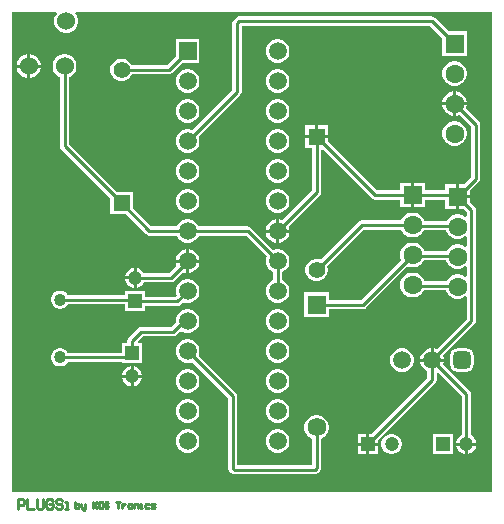
<source format=gbl>
G04*
G04 #@! TF.GenerationSoftware,Altium Limited,Altium Designer,23.4.1 (23)*
G04*
G04 Layer_Physical_Order=2*
G04 Layer_Color=16711680*
%FSLAX44Y44*%
%MOMM*%
G71*
G04*
G04 #@! TF.SameCoordinates,99EBD1B5-C4FE-4FA8-BA42-E2C8A1C5BD1C*
G04*
G04*
G04 #@! TF.FilePolarity,Positive*
G04*
G01*
G75*
%ADD15C,0.2540*%
%ADD16C,1.2000*%
%ADD17R,1.2000X1.2000*%
%ADD18R,1.2000X1.2000*%
%ADD26C,1.4000*%
%ADD27R,1.4000X1.4000*%
%ADD30C,1.5000*%
G04:AMPARAMS|DCode=31|XSize=1.5mm|YSize=1.5mm|CornerRadius=0.375mm|HoleSize=0mm|Usage=FLASHONLY|Rotation=0.000|XOffset=0mm|YOffset=0mm|HoleType=Round|Shape=RoundedRectangle|*
%AMROUNDEDRECTD31*
21,1,1.5000,0.7500,0,0,0.0*
21,1,0.7500,1.5000,0,0,0.0*
1,1,0.7500,0.3750,-0.3750*
1,1,0.7500,-0.3750,-0.3750*
1,1,0.7500,-0.3750,0.3750*
1,1,0.7500,0.3750,0.3750*
%
%ADD31ROUNDEDRECTD31*%
%ADD32C,1.5240*%
%ADD33C,1.6000*%
%ADD34R,1.6000X1.6000*%
%ADD35C,1.5900*%
%ADD36R,1.5900X1.5900*%
%ADD37R,1.5000X1.5000*%
%ADD38C,1.0300*%
G36*
X425450Y19050D02*
X19050D01*
Y425450D01*
X56509D01*
X56996Y424277D01*
X56763Y424044D01*
X55430Y421736D01*
X54741Y419162D01*
Y416498D01*
X55430Y413924D01*
X56763Y411616D01*
X58647Y409732D01*
X60954Y408400D01*
X63528Y407710D01*
X66193D01*
X68767Y408400D01*
X71075Y409732D01*
X72959Y411616D01*
X74291Y413924D01*
X74981Y416498D01*
Y419162D01*
X74291Y421736D01*
X72959Y424044D01*
X72726Y424277D01*
X73212Y425450D01*
X425450D01*
Y19050D01*
D02*
G37*
%LPC*%
G36*
X374650Y421674D02*
X374650Y421674D01*
X211038D01*
X209567Y421381D01*
X208320Y420548D01*
X208320Y420548D01*
X206832Y419060D01*
X205999Y417813D01*
X205706Y416342D01*
X205706Y416342D01*
Y359732D01*
X171514Y325540D01*
X171500Y325549D01*
X168957Y326230D01*
X166324D01*
X163780Y325549D01*
X161500Y324232D01*
X159638Y322370D01*
X158322Y320090D01*
X157640Y317547D01*
Y314914D01*
X158322Y312370D01*
X159638Y310090D01*
X161500Y308228D01*
X163780Y306912D01*
X166324Y306230D01*
X168957D01*
X171500Y306912D01*
X173780Y308228D01*
X175642Y310090D01*
X176959Y312370D01*
X177640Y314914D01*
Y317547D01*
X176959Y320090D01*
X176950Y320104D01*
X212268Y355422D01*
X212268Y355422D01*
X213101Y356669D01*
X213394Y358140D01*
Y413986D01*
X373058D01*
X383200Y403844D01*
Y388280D01*
X404200D01*
Y409280D01*
X388636D01*
X377368Y420548D01*
X376121Y421381D01*
X375877Y421430D01*
X374650Y421674D01*
D02*
G37*
G36*
X245156Y402430D02*
X242523D01*
X239980Y401749D01*
X237700Y400432D01*
X235838Y398570D01*
X234522Y396290D01*
X233840Y393746D01*
Y391114D01*
X234522Y388570D01*
X235838Y386290D01*
X237700Y384428D01*
X239980Y383111D01*
X242523Y382430D01*
X245156D01*
X247700Y383111D01*
X249980Y384428D01*
X251842Y386290D01*
X253158Y388570D01*
X253840Y391114D01*
Y393746D01*
X253158Y396290D01*
X251842Y398570D01*
X249980Y400432D01*
X247700Y401749D01*
X245156Y402430D01*
D02*
G37*
G36*
X34358Y389890D02*
X34290D01*
Y381000D01*
X43180D01*
Y381068D01*
X42488Y383652D01*
X41150Y385968D01*
X39258Y387860D01*
X36942Y389198D01*
X34358Y389890D01*
D02*
G37*
G36*
X31750D02*
X31682D01*
X29098Y389198D01*
X26782Y387860D01*
X24890Y385968D01*
X23552Y383652D01*
X22860Y381068D01*
Y381000D01*
X31750D01*
Y389890D01*
D02*
G37*
G36*
X177640Y402430D02*
X157640D01*
Y387866D01*
X150158Y380384D01*
X120510D01*
X119362Y382373D01*
X117593Y384142D01*
X115427Y385392D01*
X113011Y386040D01*
X110509D01*
X108093Y385392D01*
X105927Y384142D01*
X104158Y382373D01*
X102907Y380207D01*
X102260Y377791D01*
Y375289D01*
X102907Y372873D01*
X104158Y370707D01*
X105927Y368938D01*
X108093Y367687D01*
X110509Y367040D01*
X113011D01*
X115427Y367687D01*
X117593Y368938D01*
X119362Y370707D01*
X120510Y372696D01*
X151750D01*
X151750Y372696D01*
X153221Y372989D01*
X154468Y373822D01*
X163076Y382430D01*
X177640D01*
Y402430D01*
D02*
G37*
G36*
X43180Y378460D02*
X34290D01*
Y369570D01*
X34358D01*
X36942Y370262D01*
X39258Y371600D01*
X41150Y373492D01*
X42488Y375808D01*
X43180Y378392D01*
Y378460D01*
D02*
G37*
G36*
X31750D02*
X22860D01*
Y378392D01*
X23552Y375808D01*
X24890Y373492D01*
X26782Y371600D01*
X29098Y370262D01*
X31682Y369570D01*
X31750D01*
Y378460D01*
D02*
G37*
G36*
X395082Y383880D02*
X392318D01*
X389647Y383164D01*
X387253Y381782D01*
X385298Y379827D01*
X383916Y377433D01*
X383200Y374762D01*
Y371998D01*
X383916Y369327D01*
X385298Y366933D01*
X387253Y364978D01*
X389647Y363596D01*
X392318Y362880D01*
X395082D01*
X397753Y363596D01*
X400147Y364978D01*
X402102Y366933D01*
X403484Y369327D01*
X404200Y371998D01*
Y374762D01*
X403484Y377433D01*
X402102Y379827D01*
X400147Y381782D01*
X397753Y383164D01*
X395082Y383880D01*
D02*
G37*
G36*
X245156Y377030D02*
X242523D01*
X239980Y376348D01*
X237700Y375032D01*
X235838Y373170D01*
X234522Y370890D01*
X233840Y368346D01*
Y365714D01*
X234522Y363170D01*
X235838Y360890D01*
X237700Y359028D01*
X239980Y357711D01*
X242523Y357030D01*
X245156D01*
X247700Y357711D01*
X249980Y359028D01*
X251842Y360890D01*
X253158Y363170D01*
X253840Y365714D01*
Y368346D01*
X253158Y370890D01*
X251842Y373170D01*
X249980Y375032D01*
X247700Y376348D01*
X245156Y377030D01*
D02*
G37*
G36*
X168957D02*
X166324D01*
X163780Y376348D01*
X161500Y375032D01*
X159638Y373170D01*
X158322Y370890D01*
X157640Y368346D01*
Y365714D01*
X158322Y363170D01*
X159638Y360890D01*
X161500Y359028D01*
X163780Y357711D01*
X166324Y357030D01*
X168957D01*
X171500Y357711D01*
X173780Y359028D01*
X175642Y360890D01*
X176959Y363170D01*
X177640Y365714D01*
Y368346D01*
X176959Y370890D01*
X175642Y373170D01*
X173780Y375032D01*
X171500Y376348D01*
X168957Y377030D01*
D02*
G37*
G36*
X395088Y358520D02*
X394970D01*
Y349250D01*
X404240D01*
Y349368D01*
X403522Y352048D01*
X402134Y354452D01*
X400172Y356414D01*
X397768Y357802D01*
X395088Y358520D01*
D02*
G37*
G36*
X392430D02*
X392312D01*
X389632Y357802D01*
X387228Y356414D01*
X385266Y354452D01*
X383878Y352048D01*
X383160Y349368D01*
Y349250D01*
X392430D01*
Y358520D01*
D02*
G37*
G36*
Y346710D02*
X383160D01*
Y346592D01*
X383878Y343912D01*
X385266Y341508D01*
X387228Y339546D01*
X389632Y338158D01*
X392312Y337440D01*
X392430D01*
Y346710D01*
D02*
G37*
G36*
X245156Y351630D02*
X242523D01*
X239980Y350948D01*
X237700Y349632D01*
X235838Y347770D01*
X234522Y345490D01*
X233840Y342947D01*
Y340313D01*
X234522Y337770D01*
X235838Y335490D01*
X237700Y333628D01*
X239980Y332312D01*
X242523Y331630D01*
X245156D01*
X247700Y332312D01*
X249980Y333628D01*
X251842Y335490D01*
X253158Y337770D01*
X253840Y340313D01*
Y342947D01*
X253158Y345490D01*
X251842Y347770D01*
X249980Y349632D01*
X247700Y350948D01*
X245156Y351630D01*
D02*
G37*
G36*
X168957D02*
X166324D01*
X163780Y350948D01*
X161500Y349632D01*
X159638Y347770D01*
X158322Y345490D01*
X157640Y342947D01*
Y340313D01*
X158322Y337770D01*
X159638Y335490D01*
X161500Y333628D01*
X163780Y332312D01*
X166324Y331630D01*
X168957D01*
X171500Y332312D01*
X173780Y333628D01*
X175642Y335490D01*
X176959Y337770D01*
X177640Y340313D01*
Y342947D01*
X176959Y345490D01*
X175642Y347770D01*
X173780Y349632D01*
X171500Y350948D01*
X168957Y351630D01*
D02*
G37*
G36*
X286400Y329550D02*
X278130D01*
Y321280D01*
X286400D01*
Y329550D01*
D02*
G37*
G36*
X275590D02*
X267320D01*
Y321280D01*
X275590D01*
Y329550D01*
D02*
G37*
G36*
X395082Y333080D02*
X392318D01*
X389647Y332364D01*
X387253Y330982D01*
X385298Y329027D01*
X383916Y326633D01*
X383200Y323962D01*
Y321198D01*
X383916Y318527D01*
X385298Y316133D01*
X387253Y314178D01*
X389647Y312796D01*
X392318Y312080D01*
X395082D01*
X397753Y312796D01*
X400147Y314178D01*
X402102Y316133D01*
X403484Y318527D01*
X404200Y321198D01*
Y323962D01*
X403484Y326633D01*
X402102Y329027D01*
X400147Y330982D01*
X397753Y332364D01*
X395082Y333080D01*
D02*
G37*
G36*
X245156Y326230D02*
X242523D01*
X239980Y325549D01*
X237700Y324232D01*
X235838Y322370D01*
X234522Y320090D01*
X233840Y317547D01*
Y314914D01*
X234522Y312370D01*
X235838Y310090D01*
X237700Y308228D01*
X239980Y306912D01*
X242523Y306230D01*
X245156D01*
X247700Y306912D01*
X249980Y308228D01*
X251842Y310090D01*
X253158Y312370D01*
X253840Y314914D01*
Y317547D01*
X253158Y320090D01*
X251842Y322370D01*
X249980Y324232D01*
X247700Y325549D01*
X245156Y326230D01*
D02*
G37*
G36*
Y300830D02*
X242523D01*
X239980Y300149D01*
X237700Y298832D01*
X235838Y296970D01*
X234522Y294690D01*
X233840Y292146D01*
Y289513D01*
X234522Y286970D01*
X235838Y284690D01*
X237700Y282828D01*
X239980Y281511D01*
X242523Y280830D01*
X245156D01*
X247700Y281511D01*
X249980Y282828D01*
X251842Y284690D01*
X253158Y286970D01*
X253840Y289513D01*
Y292146D01*
X253158Y294690D01*
X251842Y296970D01*
X249980Y298832D01*
X247700Y300149D01*
X245156Y300830D01*
D02*
G37*
G36*
X168957D02*
X166324D01*
X163780Y300149D01*
X161500Y298832D01*
X159638Y296970D01*
X158322Y294690D01*
X157640Y292146D01*
Y289513D01*
X158322Y286970D01*
X159638Y284690D01*
X161500Y282828D01*
X163780Y281511D01*
X166324Y280830D01*
X168957D01*
X171500Y281511D01*
X173780Y282828D01*
X175642Y284690D01*
X176959Y286970D01*
X177640Y289513D01*
Y292146D01*
X176959Y294690D01*
X175642Y296970D01*
X173780Y298832D01*
X171500Y300149D01*
X168957Y300830D01*
D02*
G37*
G36*
X404240Y346710D02*
X394970D01*
Y337440D01*
X395088D01*
X397768Y338158D01*
X397970Y338274D01*
X407636Y328608D01*
Y286072D01*
X401344Y279780D01*
X397510D01*
Y270510D01*
X406780D01*
Y274344D01*
X414198Y281762D01*
X414198Y281762D01*
X415031Y283009D01*
X415324Y284480D01*
Y330200D01*
X415031Y331671D01*
X414198Y332918D01*
X414198Y332918D01*
X403405Y343711D01*
X403522Y343912D01*
X404240Y346592D01*
Y346710D01*
D02*
G37*
G36*
X286400Y318740D02*
X276860D01*
X267320D01*
Y310470D01*
X273016D01*
Y274642D01*
X247743Y249370D01*
X247715Y249386D01*
X245162Y250070D01*
X245110D01*
Y241300D01*
X253880D01*
Y241352D01*
X253196Y243905D01*
X253179Y243934D01*
X279578Y270332D01*
X279578Y270332D01*
X280411Y271579D01*
X280704Y273050D01*
X280704Y273050D01*
Y308934D01*
X281974Y309460D01*
X323642Y267792D01*
X323642Y267792D01*
X324889Y266959D01*
X326360Y266666D01*
X326360Y266666D01*
X347600D01*
Y259970D01*
X356870D01*
Y270510D01*
Y281050D01*
X347600D01*
Y274354D01*
X327952D01*
X286400Y315906D01*
Y318740D01*
D02*
G37*
G36*
X368680Y281050D02*
X359410D01*
Y270510D01*
Y259970D01*
X368680D01*
Y266666D01*
X385700D01*
Y258700D01*
X394970D01*
Y269240D01*
Y279780D01*
X385700D01*
Y274354D01*
X368680D01*
Y281050D01*
D02*
G37*
G36*
X245156Y275430D02*
X242523D01*
X239980Y274748D01*
X237700Y273432D01*
X235838Y271570D01*
X234522Y269290D01*
X233840Y266747D01*
Y264114D01*
X234522Y261570D01*
X235838Y259290D01*
X237700Y257428D01*
X239980Y256112D01*
X242523Y255430D01*
X245156D01*
X247700Y256112D01*
X249980Y257428D01*
X251842Y259290D01*
X253158Y261570D01*
X253840Y264114D01*
Y266747D01*
X253158Y269290D01*
X251842Y271570D01*
X249980Y273432D01*
X247700Y274748D01*
X245156Y275430D01*
D02*
G37*
G36*
X168957D02*
X166324D01*
X163780Y274748D01*
X161500Y273432D01*
X159638Y271570D01*
X158322Y269290D01*
X157640Y266747D01*
Y264114D01*
X158322Y261570D01*
X159638Y259290D01*
X161500Y257428D01*
X163780Y256112D01*
X166324Y255430D01*
X168957D01*
X171500Y256112D01*
X173780Y257428D01*
X175642Y259290D01*
X176959Y261570D01*
X177640Y264114D01*
Y266747D01*
X176959Y269290D01*
X175642Y271570D01*
X173780Y273432D01*
X171500Y274748D01*
X168957Y275430D01*
D02*
G37*
G36*
X406780Y267970D02*
X397510D01*
Y258700D01*
X401344D01*
X404166Y255878D01*
Y252422D01*
X402993Y251936D01*
X402687Y252242D01*
X400293Y253624D01*
X397622Y254340D01*
X394858D01*
X392187Y253624D01*
X389793Y252242D01*
X387838Y250287D01*
X386702Y248319D01*
X368151D01*
X367924Y249163D01*
X366542Y251557D01*
X364587Y253512D01*
X362193Y254894D01*
X359522Y255610D01*
X356758D01*
X354087Y254894D01*
X351693Y253512D01*
X349738Y251557D01*
X348356Y249163D01*
X348300Y248954D01*
X314960D01*
X313489Y248661D01*
X312242Y247828D01*
X312242Y247828D01*
X280329Y215916D01*
X278111Y216510D01*
X275609D01*
X273193Y215863D01*
X271027Y214612D01*
X269258Y212843D01*
X268007Y210677D01*
X267360Y208261D01*
Y205759D01*
X268007Y203343D01*
X269258Y201177D01*
X271027Y199408D01*
X273193Y198157D01*
X275609Y197510D01*
X278111D01*
X280527Y198157D01*
X282693Y199408D01*
X284462Y201177D01*
X285713Y203343D01*
X286360Y205759D01*
Y208261D01*
X285765Y210479D01*
X316552Y241266D01*
X348300D01*
X348356Y241057D01*
X349738Y238663D01*
X351693Y236708D01*
X354087Y235326D01*
X356758Y234610D01*
X359522D01*
X362193Y235326D01*
X364587Y236708D01*
X366542Y238663D01*
X367678Y240631D01*
X386229D01*
X386456Y239787D01*
X387838Y237393D01*
X389793Y235438D01*
X392187Y234056D01*
X394858Y233340D01*
X397622D01*
X400293Y234056D01*
X402687Y235438D01*
X402993Y235744D01*
X404166Y235258D01*
Y227022D01*
X402993Y226536D01*
X402687Y226842D01*
X400293Y228224D01*
X397622Y228940D01*
X394858D01*
X392187Y228224D01*
X389793Y226842D01*
X387838Y224887D01*
X386702Y222919D01*
X368151D01*
X367924Y223763D01*
X366542Y226157D01*
X364587Y228112D01*
X362193Y229494D01*
X359522Y230210D01*
X356758D01*
X354087Y229494D01*
X351693Y228112D01*
X349738Y226157D01*
X348356Y223763D01*
X347640Y221092D01*
Y218328D01*
X348356Y215657D01*
X348464Y215470D01*
X314538Y181544D01*
X287310D01*
Y188150D01*
X266410D01*
Y167250D01*
X287310D01*
Y173856D01*
X316130D01*
X316130Y173856D01*
X317601Y174149D01*
X318848Y174982D01*
X353900Y210034D01*
X354087Y209926D01*
X356758Y209210D01*
X359522D01*
X362193Y209926D01*
X364587Y211308D01*
X366542Y213263D01*
X367678Y215231D01*
X386229D01*
X386456Y214387D01*
X387838Y211993D01*
X389793Y210038D01*
X392187Y208656D01*
X394858Y207940D01*
X397622D01*
X400293Y208656D01*
X402687Y210038D01*
X402993Y210344D01*
X404166Y209858D01*
Y201622D01*
X402993Y201136D01*
X402687Y201442D01*
X400293Y202824D01*
X397622Y203540D01*
X394858D01*
X392187Y202824D01*
X389793Y201442D01*
X387838Y199487D01*
X386702Y197519D01*
X368151D01*
X367924Y198363D01*
X366542Y200757D01*
X364587Y202712D01*
X362193Y204094D01*
X359522Y204810D01*
X356758D01*
X354087Y204094D01*
X351693Y202712D01*
X349738Y200757D01*
X348356Y198363D01*
X347640Y195692D01*
Y192928D01*
X348356Y190257D01*
X349738Y187863D01*
X351693Y185908D01*
X354087Y184526D01*
X356758Y183810D01*
X359522D01*
X362193Y184526D01*
X364587Y185908D01*
X366542Y187863D01*
X367678Y189831D01*
X386229D01*
X386456Y188987D01*
X387838Y186593D01*
X389793Y184638D01*
X392187Y183256D01*
X394858Y182540D01*
X397622D01*
X400293Y183256D01*
X402687Y184638D01*
X402993Y184944D01*
X404166Y184458D01*
Y165762D01*
X378554Y140149D01*
X378525Y140166D01*
X375972Y140850D01*
X375920D01*
Y132080D01*
X384690D01*
Y132132D01*
X384006Y134685D01*
X383989Y134713D01*
X410728Y161452D01*
X410728Y161452D01*
X411561Y162699D01*
X411854Y164170D01*
Y257470D01*
X411854Y257470D01*
X411561Y258941D01*
X410728Y260188D01*
X410728Y260188D01*
X406780Y264136D01*
Y267970D01*
D02*
G37*
G36*
X242570Y250070D02*
X242518D01*
X239965Y249386D01*
X237675Y248064D01*
X235806Y246195D01*
X234484Y243905D01*
X233800Y241352D01*
Y241300D01*
X242570D01*
Y250070D01*
D02*
G37*
G36*
X253880Y238760D02*
X245110D01*
Y229990D01*
X245162D01*
X247715Y230674D01*
X250005Y231996D01*
X251874Y233865D01*
X253196Y236155D01*
X253880Y238708D01*
Y238760D01*
D02*
G37*
G36*
X242570D02*
X233800D01*
Y238708D01*
X234484Y236155D01*
X235806Y233865D01*
X237675Y231996D01*
X239965Y230674D01*
X242518Y229990D01*
X242570D01*
Y238760D01*
D02*
G37*
G36*
X168962Y224670D02*
X168910D01*
Y215900D01*
X177680D01*
Y215952D01*
X176996Y218505D01*
X175674Y220795D01*
X173805Y222664D01*
X171515Y223986D01*
X168962Y224670D01*
D02*
G37*
G36*
X166370D02*
X166318D01*
X163765Y223986D01*
X161475Y222664D01*
X159606Y220795D01*
X158284Y218505D01*
X157600Y215952D01*
Y215900D01*
X166370D01*
Y224670D01*
D02*
G37*
G36*
X177680Y213360D02*
X168910D01*
Y204590D01*
X168962D01*
X171515Y205274D01*
X173805Y206596D01*
X175674Y208465D01*
X176996Y210755D01*
X177680Y213308D01*
Y213360D01*
D02*
G37*
G36*
X166370D02*
X157600D01*
Y213308D01*
X158284Y210755D01*
X158301Y210727D01*
X151918Y204344D01*
X130832D01*
X130024Y205744D01*
X128434Y207334D01*
X126486Y208458D01*
X124460Y209001D01*
Y200500D01*
Y191999D01*
X126486Y192542D01*
X128434Y193666D01*
X130024Y195256D01*
X130832Y196656D01*
X153510D01*
X153510Y196656D01*
X154981Y196949D01*
X156228Y197782D01*
X163736Y205291D01*
X163765Y205274D01*
X166318Y204590D01*
X166370D01*
Y213360D01*
D02*
G37*
G36*
X121920Y209001D02*
X119894Y208458D01*
X117946Y207334D01*
X116356Y205744D01*
X115232Y203796D01*
X114689Y201770D01*
X121920D01*
Y209001D01*
D02*
G37*
G36*
Y199230D02*
X114689D01*
X115232Y197204D01*
X116356Y195256D01*
X117946Y193666D01*
X119894Y192542D01*
X121920Y191999D01*
Y199230D01*
D02*
G37*
G36*
X168957D02*
X166324D01*
X163780Y198549D01*
X161500Y197232D01*
X159638Y195370D01*
X158322Y193090D01*
X157640Y190546D01*
Y187913D01*
X158322Y185370D01*
X158330Y185356D01*
X157318Y184344D01*
X131690D01*
Y189000D01*
X114690D01*
Y185724D01*
X66304D01*
X65812Y186577D01*
X64387Y188001D01*
X62643Y189009D01*
X60697Y189530D01*
X58683D01*
X56737Y189009D01*
X54993Y188001D01*
X53569Y186577D01*
X52561Y184833D01*
X52040Y182887D01*
Y180873D01*
X52561Y178927D01*
X53569Y177183D01*
X54993Y175758D01*
X56737Y174751D01*
X58683Y174230D01*
X60697D01*
X62643Y174751D01*
X64387Y175758D01*
X65812Y177183D01*
X66304Y178036D01*
X114690D01*
Y172000D01*
X131690D01*
Y176656D01*
X158910D01*
X158910Y176656D01*
X160381Y176949D01*
X161628Y177782D01*
X163766Y179920D01*
X163780Y179911D01*
X166324Y179230D01*
X168957D01*
X171500Y179911D01*
X173780Y181228D01*
X175642Y183090D01*
X176959Y185370D01*
X177640Y187913D01*
Y190546D01*
X176959Y193090D01*
X175642Y195370D01*
X173780Y197232D01*
X171500Y198549D01*
X168957Y199230D01*
D02*
G37*
G36*
X64832Y389850D02*
X62168D01*
X59594Y389160D01*
X57286Y387828D01*
X55402Y385944D01*
X54070Y383636D01*
X53380Y381062D01*
Y378398D01*
X54070Y375824D01*
X55402Y373516D01*
X57286Y371632D01*
X59594Y370300D01*
X59656Y370283D01*
Y311800D01*
X59656Y311800D01*
X59949Y310329D01*
X60782Y309082D01*
X102260Y267604D01*
Y254040D01*
X115824D01*
X132552Y237312D01*
X132552Y237312D01*
X133799Y236479D01*
X135270Y236186D01*
X158317D01*
X158322Y236170D01*
X159638Y233890D01*
X161500Y232028D01*
X163780Y230711D01*
X166324Y230030D01*
X168957D01*
X171500Y230711D01*
X173780Y232028D01*
X175642Y233890D01*
X176959Y236170D01*
X176963Y236186D01*
X216848D01*
X234530Y218504D01*
X234522Y218490D01*
X233840Y215947D01*
Y213314D01*
X234522Y210770D01*
X235838Y208490D01*
X237700Y206628D01*
X239980Y205312D01*
X239996Y205307D01*
Y198553D01*
X239980Y198549D01*
X237700Y197232D01*
X235838Y195370D01*
X234522Y193090D01*
X233840Y190546D01*
Y187913D01*
X234522Y185370D01*
X235838Y183090D01*
X237700Y181228D01*
X239980Y179911D01*
X242523Y179230D01*
X245156D01*
X247700Y179911D01*
X249980Y181228D01*
X251842Y183090D01*
X253158Y185370D01*
X253840Y187913D01*
Y190546D01*
X253158Y193090D01*
X251842Y195370D01*
X249980Y197232D01*
X247700Y198549D01*
X247684Y198553D01*
Y205307D01*
X247700Y205312D01*
X249980Y206628D01*
X251842Y208490D01*
X253158Y210770D01*
X253840Y213314D01*
Y215947D01*
X253158Y218490D01*
X251842Y220770D01*
X249980Y222632D01*
X247700Y223948D01*
X245156Y224630D01*
X242523D01*
X239980Y223948D01*
X239966Y223940D01*
X221158Y242748D01*
X219911Y243581D01*
X218440Y243874D01*
X218440Y243874D01*
X176963D01*
X176959Y243890D01*
X175642Y246170D01*
X173780Y248032D01*
X171500Y249349D01*
X168957Y250030D01*
X166324D01*
X163780Y249349D01*
X161500Y248032D01*
X159638Y246170D01*
X158322Y243890D01*
X158317Y243874D01*
X136862D01*
X121260Y259476D01*
Y273040D01*
X107696D01*
X67344Y313392D01*
Y370283D01*
X67406Y370300D01*
X69714Y371632D01*
X71598Y373516D01*
X72930Y375824D01*
X73620Y378398D01*
Y381062D01*
X72930Y383636D01*
X71598Y385944D01*
X69714Y387828D01*
X67406Y389160D01*
X64832Y389850D01*
D02*
G37*
G36*
X168957Y173830D02*
X166324D01*
X163780Y173148D01*
X161500Y171832D01*
X159638Y169970D01*
X158322Y167690D01*
X157640Y165147D01*
Y162638D01*
X153786Y158784D01*
X128270D01*
X128270Y158784D01*
X126799Y158491D01*
X125552Y157658D01*
X117932Y150038D01*
X117099Y148791D01*
X116806Y147320D01*
X116806Y147320D01*
Y145500D01*
X112150D01*
Y136924D01*
X66304D01*
X65812Y137777D01*
X64387Y139201D01*
X62643Y140209D01*
X60697Y140730D01*
X58683D01*
X56737Y140209D01*
X54993Y139201D01*
X53569Y137777D01*
X52561Y136033D01*
X52040Y134087D01*
Y132073D01*
X52561Y130127D01*
X53569Y128383D01*
X54993Y126959D01*
X56737Y125951D01*
X58683Y125430D01*
X60697D01*
X62643Y125951D01*
X64387Y126959D01*
X65812Y128383D01*
X66304Y129236D01*
X112150D01*
Y128500D01*
X129150D01*
Y145500D01*
X126062D01*
X125536Y146770D01*
X129862Y151096D01*
X155378D01*
X155378Y151096D01*
X156849Y151389D01*
X158096Y152222D01*
X161628Y155754D01*
X163780Y154511D01*
X166324Y153830D01*
X168957D01*
X171500Y154511D01*
X173780Y155828D01*
X175642Y157690D01*
X176959Y159970D01*
X177640Y162514D01*
Y165147D01*
X176959Y167690D01*
X175642Y169970D01*
X173780Y171832D01*
X171500Y173148D01*
X168957Y173830D01*
D02*
G37*
G36*
X245156D02*
X242523D01*
X239980Y173148D01*
X237700Y171832D01*
X235838Y169970D01*
X234522Y167690D01*
X233840Y165147D01*
Y162514D01*
X234522Y159970D01*
X235838Y157690D01*
X237700Y155828D01*
X239980Y154511D01*
X242523Y153830D01*
X245156D01*
X247700Y154511D01*
X249980Y155828D01*
X251842Y157690D01*
X253158Y159970D01*
X253840Y162514D01*
Y165147D01*
X253158Y167690D01*
X251842Y169970D01*
X249980Y171832D01*
X247700Y173148D01*
X245156Y173830D01*
D02*
G37*
G36*
X373380Y140850D02*
X373328D01*
X370775Y140166D01*
X368485Y138844D01*
X366616Y136975D01*
X365294Y134685D01*
X364610Y132132D01*
Y132080D01*
X373380D01*
Y140850D01*
D02*
G37*
G36*
X245156Y148430D02*
X242523D01*
X239980Y147748D01*
X237700Y146432D01*
X235838Y144570D01*
X234522Y142290D01*
X233840Y139747D01*
Y137114D01*
X234522Y134570D01*
X235838Y132290D01*
X237700Y130428D01*
X239980Y129111D01*
X242523Y128430D01*
X245156D01*
X247700Y129111D01*
X249980Y130428D01*
X251842Y132290D01*
X253158Y134570D01*
X253840Y137114D01*
Y139747D01*
X253158Y142290D01*
X251842Y144570D01*
X249980Y146432D01*
X247700Y147748D01*
X245156Y148430D01*
D02*
G37*
G36*
X350566Y140810D02*
X347934D01*
X345390Y140128D01*
X343110Y138812D01*
X341248Y136950D01*
X339931Y134670D01*
X339250Y132127D01*
Y129494D01*
X339931Y126950D01*
X341248Y124670D01*
X343110Y122808D01*
X345390Y121491D01*
X347934Y120810D01*
X350566D01*
X353110Y121491D01*
X355390Y122808D01*
X357252Y124670D01*
X358568Y126950D01*
X359250Y129494D01*
Y132127D01*
X358568Y134670D01*
X357252Y136950D01*
X355390Y138812D01*
X353110Y140128D01*
X350566Y140810D01*
D02*
G37*
G36*
X403800Y140932D02*
X396300D01*
X393861Y140447D01*
X391794Y139066D01*
X390413Y136999D01*
X389928Y134560D01*
Y127060D01*
X390413Y124621D01*
X391794Y122554D01*
X393861Y121173D01*
X396300Y120688D01*
X403800D01*
X406239Y121173D01*
X408306Y122554D01*
X409687Y124621D01*
X410172Y127060D01*
Y134560D01*
X409687Y136999D01*
X408306Y139066D01*
X406239Y140447D01*
X403800Y140932D01*
D02*
G37*
G36*
X121920Y125501D02*
Y118270D01*
X129151D01*
X128608Y120296D01*
X127484Y122244D01*
X125894Y123834D01*
X123946Y124958D01*
X121920Y125501D01*
D02*
G37*
G36*
X119380D02*
X117354Y124958D01*
X115406Y123834D01*
X113816Y122244D01*
X112692Y120296D01*
X112149Y118270D01*
X119380D01*
Y125501D01*
D02*
G37*
G36*
X129151Y115730D02*
X121920D01*
Y108499D01*
X123946Y109042D01*
X125894Y110166D01*
X127484Y111756D01*
X128608Y113704D01*
X129151Y115730D01*
D02*
G37*
G36*
X119380D02*
X112149D01*
X112692Y113704D01*
X113816Y111756D01*
X115406Y110166D01*
X117354Y109042D01*
X119380Y108499D01*
Y115730D01*
D02*
G37*
G36*
X245156Y123030D02*
X242523D01*
X239980Y122348D01*
X237700Y121032D01*
X235838Y119170D01*
X234522Y116890D01*
X233840Y114347D01*
Y111713D01*
X234522Y109170D01*
X235838Y106890D01*
X237700Y105028D01*
X239980Y103712D01*
X242523Y103030D01*
X245156D01*
X247700Y103712D01*
X249980Y105028D01*
X251842Y106890D01*
X253158Y109170D01*
X253840Y111713D01*
Y114347D01*
X253158Y116890D01*
X251842Y119170D01*
X249980Y121032D01*
X247700Y122348D01*
X245156Y123030D01*
D02*
G37*
G36*
X168957D02*
X166324D01*
X163780Y122348D01*
X161500Y121032D01*
X159638Y119170D01*
X158322Y116890D01*
X157640Y114347D01*
Y111713D01*
X158322Y109170D01*
X159638Y106890D01*
X161500Y105028D01*
X163780Y103712D01*
X166324Y103030D01*
X168957D01*
X171500Y103712D01*
X173780Y105028D01*
X175642Y106890D01*
X176959Y109170D01*
X177640Y111713D01*
Y114347D01*
X176959Y116890D01*
X175642Y119170D01*
X173780Y121032D01*
X171500Y122348D01*
X168957Y123030D01*
D02*
G37*
G36*
X245156Y97630D02*
X242523D01*
X239980Y96948D01*
X237700Y95632D01*
X235838Y93770D01*
X234522Y91490D01*
X233840Y88947D01*
Y86313D01*
X234522Y83770D01*
X235838Y81490D01*
X237700Y79628D01*
X239980Y78312D01*
X242523Y77630D01*
X245156D01*
X247700Y78312D01*
X249980Y79628D01*
X251842Y81490D01*
X253158Y83770D01*
X253840Y86313D01*
Y88947D01*
X253158Y91490D01*
X251842Y93770D01*
X249980Y95632D01*
X247700Y96948D01*
X245156Y97630D01*
D02*
G37*
G36*
X168957D02*
X166324D01*
X163780Y96948D01*
X161500Y95632D01*
X159638Y93770D01*
X158322Y91490D01*
X157640Y88947D01*
Y86313D01*
X158322Y83770D01*
X159638Y81490D01*
X161500Y79628D01*
X163780Y78312D01*
X166324Y77630D01*
X168957D01*
X171500Y78312D01*
X173780Y79628D01*
X175642Y81490D01*
X176959Y83770D01*
X177640Y86313D01*
Y88947D01*
X176959Y91490D01*
X175642Y93770D01*
X173780Y95632D01*
X171500Y96948D01*
X168957Y97630D01*
D02*
G37*
G36*
X384690Y129540D02*
X364610D01*
Y129488D01*
X365294Y126935D01*
X366616Y124645D01*
X368485Y122776D01*
X370775Y121454D01*
X370806Y121446D01*
Y115572D01*
X323464Y68230D01*
X321630D01*
Y60960D01*
X328900D01*
Y62794D01*
X377368Y111262D01*
X378201Y112509D01*
X378494Y113980D01*
X378494Y113980D01*
Y119734D01*
X379764Y120260D01*
X399856Y100168D01*
Y67332D01*
X398456Y66524D01*
X396866Y64934D01*
X395742Y62986D01*
X395199Y60960D01*
X412201D01*
X411658Y62986D01*
X410534Y64934D01*
X408944Y66524D01*
X407544Y67332D01*
Y101760D01*
X407251Y103231D01*
X406418Y104478D01*
X406418Y104478D01*
X383989Y126906D01*
X384006Y126935D01*
X384690Y129488D01*
Y129540D01*
D02*
G37*
G36*
X319090Y68230D02*
X311820D01*
Y60960D01*
X319090D01*
Y68230D01*
D02*
G37*
G36*
X245156Y72230D02*
X242523D01*
X239980Y71549D01*
X237700Y70232D01*
X235838Y68370D01*
X234522Y66090D01*
X233840Y63547D01*
Y60914D01*
X234522Y58370D01*
X235838Y56090D01*
X237700Y54228D01*
X239980Y52912D01*
X242523Y52230D01*
X245156D01*
X247700Y52912D01*
X249980Y54228D01*
X251842Y56090D01*
X253158Y58370D01*
X253840Y60914D01*
Y63547D01*
X253158Y66090D01*
X251842Y68370D01*
X249980Y70232D01*
X247700Y71549D01*
X245156Y72230D01*
D02*
G37*
G36*
X168957D02*
X166324D01*
X163780Y71549D01*
X161500Y70232D01*
X159638Y68370D01*
X158322Y66090D01*
X157640Y63547D01*
Y60914D01*
X158322Y58370D01*
X159638Y56090D01*
X161500Y54228D01*
X163780Y52912D01*
X166324Y52230D01*
X168957D01*
X171500Y52912D01*
X173780Y54228D01*
X175642Y56090D01*
X176959Y58370D01*
X177640Y60914D01*
Y63547D01*
X176959Y66090D01*
X175642Y68370D01*
X173780Y70232D01*
X171500Y71549D01*
X168957Y72230D01*
D02*
G37*
G36*
X392200Y68190D02*
X375200D01*
Y51190D01*
X392200D01*
Y68190D01*
D02*
G37*
G36*
X341479D02*
X339241D01*
X337079Y67611D01*
X335141Y66492D01*
X333558Y64909D01*
X332439Y62971D01*
X331860Y60809D01*
Y58571D01*
X332439Y56409D01*
X333558Y54471D01*
X335141Y52888D01*
X337079Y51769D01*
X339241Y51190D01*
X341479D01*
X343641Y51769D01*
X345579Y52888D01*
X347162Y54471D01*
X348281Y56409D01*
X348860Y58571D01*
Y60809D01*
X348281Y62971D01*
X347162Y64909D01*
X345579Y66492D01*
X343641Y67611D01*
X341479Y68190D01*
D02*
G37*
G36*
X412201Y58420D02*
X404970D01*
Y51189D01*
X406996Y51732D01*
X408944Y52856D01*
X410534Y54446D01*
X411658Y56394D01*
X412201Y58420D01*
D02*
G37*
G36*
X402430D02*
X395199D01*
X395742Y56394D01*
X396866Y54446D01*
X398456Y52856D01*
X400404Y51732D01*
X402430Y51189D01*
Y58420D01*
D02*
G37*
G36*
X328900D02*
X321630D01*
Y51150D01*
X328900D01*
Y58420D01*
D02*
G37*
G36*
X319090D02*
X311820D01*
Y51150D01*
X319090D01*
Y58420D01*
D02*
G37*
G36*
X168957Y148430D02*
X166324D01*
X163780Y147748D01*
X161500Y146432D01*
X159638Y144570D01*
X158322Y142290D01*
X157640Y139747D01*
Y137114D01*
X158322Y134570D01*
X159638Y132290D01*
X161500Y130428D01*
X163780Y129111D01*
X166324Y128430D01*
X168957D01*
X171500Y129111D01*
X171514Y129120D01*
X201896Y98738D01*
Y39588D01*
X201896Y39588D01*
X202189Y38117D01*
X203022Y36870D01*
X204510Y35382D01*
X204510Y35382D01*
X205757Y34549D01*
X207228Y34256D01*
X275372D01*
X275372Y34256D01*
X276843Y34549D01*
X278090Y35382D01*
X279578Y36870D01*
X279578Y36870D01*
X280411Y38117D01*
X280704Y39588D01*
Y63971D01*
X280893Y64022D01*
X283276Y65398D01*
X285222Y67344D01*
X286598Y69727D01*
X287310Y72384D01*
Y75136D01*
X286598Y77793D01*
X285222Y80176D01*
X283276Y82122D01*
X280893Y83498D01*
X278236Y84210D01*
X275484D01*
X272826Y83498D01*
X270444Y82122D01*
X268498Y80176D01*
X267122Y77793D01*
X266410Y75136D01*
Y72384D01*
X267122Y69727D01*
X268498Y67344D01*
X270444Y65398D01*
X272826Y64022D01*
X273016Y63971D01*
Y41944D01*
X209584D01*
Y100330D01*
X209291Y101801D01*
X208458Y103048D01*
X208458Y103048D01*
X176950Y134556D01*
X176959Y134570D01*
X177640Y137114D01*
Y139747D01*
X176959Y142290D01*
X175642Y144570D01*
X173780Y146432D01*
X171500Y147748D01*
X168957Y148430D01*
D02*
G37*
%LPD*%
D15*
X63500Y311800D02*
X111760Y263540D01*
X63500Y311800D02*
Y379730D01*
X243840Y189230D02*
Y214630D01*
X393700Y347980D02*
X411480Y330200D01*
Y284480D02*
Y330200D01*
X396240Y269240D02*
X411480Y284480D01*
X374650Y130810D02*
X408010Y164170D01*
Y257470D01*
X396240Y269240D02*
X408010Y257470D01*
X320360Y59690D02*
X374650Y113980D01*
Y130810D01*
X403700Y59690D02*
Y101760D01*
X374650Y130810D02*
X403700Y101760D01*
X374650Y417830D02*
X393700Y398780D01*
X209550Y416342D02*
X211038Y417830D01*
X209550Y358140D02*
Y416342D01*
X211038Y417830D02*
X374650D01*
X167640Y316230D02*
X209550Y358140D01*
X276860Y177700D02*
X316130D01*
X358140Y219710D01*
X276860Y207010D02*
X314960Y245110D01*
X358140D01*
X276860Y39588D02*
Y73760D01*
X205740Y39588D02*
Y100330D01*
Y39588D02*
X207228Y38100D01*
X275372D01*
X276860Y39588D01*
X167640Y138430D02*
X205740Y100330D01*
X167640Y240030D02*
X218440D01*
X243840Y214630D01*
Y240030D02*
X276860Y273050D01*
Y320010D01*
X326360Y270510D01*
X358140D01*
Y194310D02*
X358775Y193675D01*
X395605D01*
X396240Y193040D01*
X358140Y219710D02*
X358775Y219075D01*
X395605D01*
X396240Y218440D01*
X358140Y245110D02*
X358775Y244475D01*
X395605D01*
X396240Y243840D01*
X358140Y270510D02*
X394970D01*
X396240Y269240D01*
X59690Y133080D02*
X116730D01*
X120650Y137000D01*
X59690Y181880D02*
X121810D01*
X123190Y180500D01*
X120650Y147320D02*
X128270Y154940D01*
X155378D02*
X164268Y163830D01*
X128270Y154940D02*
X155378D01*
X164268Y163830D02*
X167640D01*
X120650Y137000D02*
Y147320D01*
X123190Y180500D02*
X158910D01*
X167640Y189230D01*
X123190Y200500D02*
X153510D01*
X167640Y214630D01*
X111760Y263540D02*
X135270Y240030D01*
X167640D01*
X111760Y376540D02*
X151750D01*
X167640Y392430D01*
X24130Y5080D02*
Y13077D01*
X28129D01*
X29462Y11745D01*
Y9079D01*
X28129Y7746D01*
X24130D01*
X32127Y13077D02*
Y5080D01*
X37459D01*
X40125Y13077D02*
Y6413D01*
X41458Y5080D01*
X44124D01*
X45456Y6413D01*
Y13077D01*
X53454Y11745D02*
X52121Y13077D01*
X49455D01*
X48122Y11745D01*
Y6413D01*
X49455Y5080D01*
X52121D01*
X53454Y6413D01*
Y9079D01*
X50788D01*
X61451Y11745D02*
X60118Y13077D01*
X57453D01*
X56120Y11745D01*
Y10412D01*
X57453Y9079D01*
X60118D01*
X61451Y7746D01*
Y6413D01*
X60118Y5080D01*
X57453D01*
X56120Y6413D01*
X64117Y5080D02*
X66783D01*
X65450D01*
Y10412D01*
X64117D01*
X72390Y10474D02*
Y5476D01*
X74889D01*
X75722Y6309D01*
Y7142D01*
Y7975D01*
X74889Y8808D01*
X72390D01*
X77388D02*
Y6309D01*
X78221Y5476D01*
X80721D01*
Y4643D01*
X79887Y3810D01*
X79054D01*
X80721Y5476D02*
Y8808D01*
X87385Y10474D02*
Y5476D01*
Y7142D01*
X90717Y10474D01*
X88218Y7975D01*
X90717Y5476D01*
X94883Y10474D02*
X93216D01*
X92383Y9641D01*
Y6309D01*
X93216Y5476D01*
X94883D01*
X95716Y6309D01*
Y9641D01*
X94883Y10474D01*
X100714Y9641D02*
X99881Y10474D01*
X98215D01*
X97382Y9641D01*
Y8808D01*
X98215Y7975D01*
X99881D01*
X100714Y7142D01*
Y6309D01*
X99881Y5476D01*
X98215D01*
X97382Y6309D01*
X107379Y10474D02*
X110711D01*
X109045D01*
Y5476D01*
X112377Y8808D02*
Y5476D01*
Y7142D01*
X113210Y7975D01*
X114043Y8808D01*
X114876D01*
X118208Y5476D02*
X119874Y5476D01*
X120708Y6309D01*
Y7975D01*
X119874Y8808D01*
X118208Y8808D01*
X117375Y7975D01*
Y6309D01*
X118208Y5476D01*
X122374Y5476D02*
Y8808D01*
X124873D01*
X125706Y7975D01*
Y5476D01*
X127372D02*
X129038D01*
X128205D01*
Y8808D01*
X127372D01*
X134870D02*
X132370D01*
X131537Y7975D01*
Y6309D01*
X132370Y5476D01*
X134870D01*
X136536D02*
X139035D01*
X139868Y6309D01*
X139035Y7142D01*
X137369D01*
X136536Y7975D01*
X137369Y8808D01*
X139868D01*
D16*
X340360Y59690D02*
D03*
X403700D02*
D03*
X120650Y117000D02*
D03*
X123190Y200500D02*
D03*
D17*
X320360Y59690D02*
D03*
X383700D02*
D03*
D18*
X120650Y137000D02*
D03*
X123190Y180500D02*
D03*
D26*
X276860Y207010D02*
D03*
X111760Y376540D02*
D03*
D27*
X276860Y320010D02*
D03*
X111760Y263540D02*
D03*
D30*
X349250Y130810D02*
D03*
X374650D02*
D03*
X243840Y62230D02*
D03*
Y87630D02*
D03*
Y113030D02*
D03*
Y138430D02*
D03*
Y163830D02*
D03*
Y189230D02*
D03*
Y214630D02*
D03*
Y240030D02*
D03*
Y265430D02*
D03*
Y290830D02*
D03*
Y316230D02*
D03*
Y341630D02*
D03*
Y367030D02*
D03*
Y392430D02*
D03*
X167640Y62230D02*
D03*
Y87630D02*
D03*
Y113030D02*
D03*
Y138430D02*
D03*
Y163830D02*
D03*
Y189230D02*
D03*
Y214630D02*
D03*
Y240030D02*
D03*
Y265430D02*
D03*
Y290830D02*
D03*
Y316230D02*
D03*
Y341630D02*
D03*
Y367030D02*
D03*
D31*
X400050Y130810D02*
D03*
D32*
X64861Y417830D02*
D03*
X63500Y379730D02*
D03*
X33020D02*
D03*
D33*
X396240Y193040D02*
D03*
Y218440D02*
D03*
Y243840D02*
D03*
X358140Y194310D02*
D03*
Y219710D02*
D03*
Y245110D02*
D03*
X393700Y322580D02*
D03*
Y347980D02*
D03*
Y373380D02*
D03*
D34*
X396240Y269240D02*
D03*
X358140Y270510D02*
D03*
X393700Y398780D02*
D03*
D35*
X276860Y73760D02*
D03*
D36*
Y177700D02*
D03*
D37*
X167640Y392430D02*
D03*
D38*
X59690Y133080D02*
D03*
Y181880D02*
D03*
M02*

</source>
